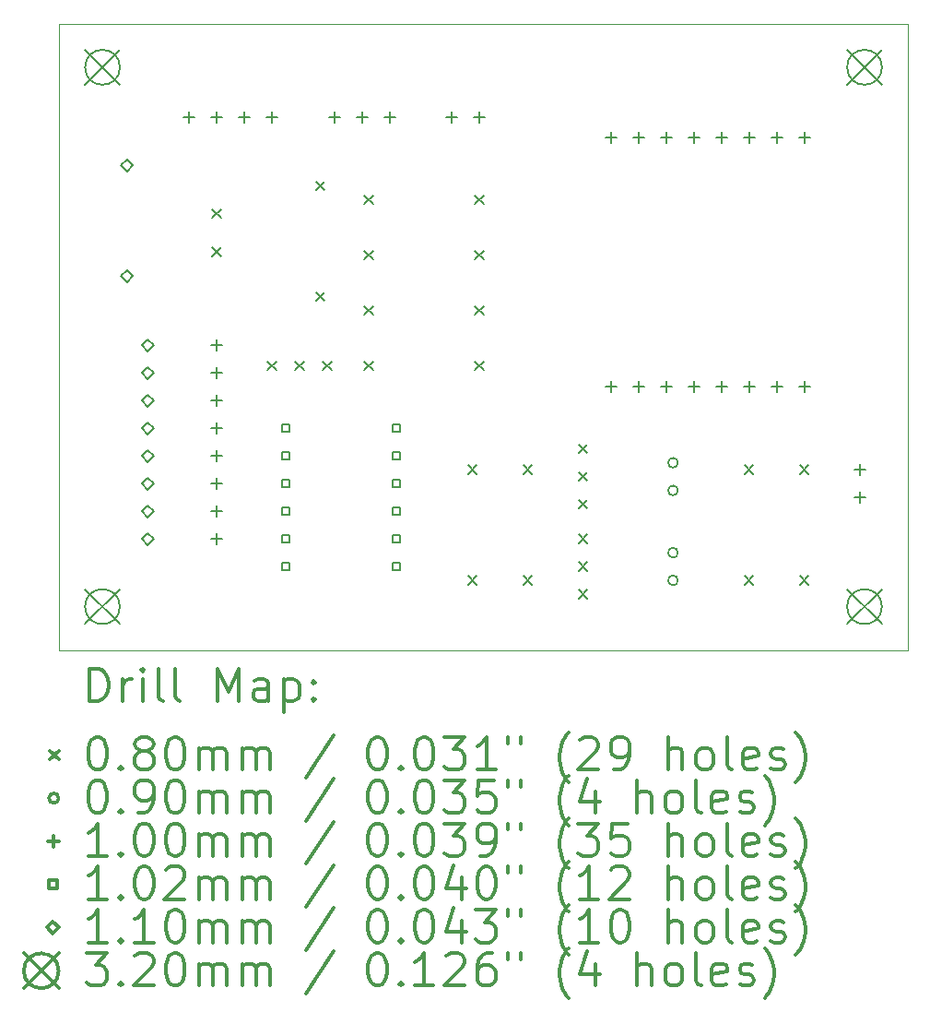
<source format=gbr>
%FSLAX45Y45*%
G04 Gerber Fmt 4.5, Leading zero omitted, Abs format (unit mm)*
G04 Created by KiCad (PCBNEW (5.1.9)-1) date 2021-05-17 23:34:46*
%MOMM*%
%LPD*%
G01*
G04 APERTURE LIST*
%TA.AperFunction,Profile*%
%ADD10C,0.050000*%
%TD*%
%ADD11C,0.200000*%
%ADD12C,0.300000*%
G04 APERTURE END LIST*
D10*
X19494500Y-11181080D02*
X11694500Y-11181080D01*
X19494500Y-5435600D02*
X11694500Y-5435600D01*
X19494500Y-5435600D02*
X19494500Y-11181080D01*
X11694500Y-5435600D02*
X11694500Y-11181080D01*
D11*
X13104500Y-7135500D02*
X13184500Y-7215500D01*
X13184500Y-7135500D02*
X13104500Y-7215500D01*
X13104500Y-7485500D02*
X13184500Y-7565500D01*
X13184500Y-7485500D02*
X13104500Y-7565500D01*
X13612500Y-8532500D02*
X13692500Y-8612500D01*
X13692500Y-8532500D02*
X13612500Y-8612500D01*
X13866500Y-8532500D02*
X13946500Y-8612500D01*
X13946500Y-8532500D02*
X13866500Y-8612500D01*
X14057000Y-6881500D02*
X14137000Y-6961500D01*
X14137000Y-6881500D02*
X14057000Y-6961500D01*
X14057000Y-7897500D02*
X14137000Y-7977500D01*
X14137000Y-7897500D02*
X14057000Y-7977500D01*
X14120500Y-8532500D02*
X14200500Y-8612500D01*
X14200500Y-8532500D02*
X14120500Y-8612500D01*
X14501500Y-7008500D02*
X14581500Y-7088500D01*
X14581500Y-7008500D02*
X14501500Y-7088500D01*
X14501500Y-7516500D02*
X14581500Y-7596500D01*
X14581500Y-7516500D02*
X14501500Y-7596500D01*
X14501500Y-8024500D02*
X14581500Y-8104500D01*
X14581500Y-8024500D02*
X14501500Y-8104500D01*
X14501500Y-8532500D02*
X14581500Y-8612500D01*
X14581500Y-8532500D02*
X14501500Y-8612500D01*
X15454000Y-9485000D02*
X15534000Y-9565000D01*
X15534000Y-9485000D02*
X15454000Y-9565000D01*
X15454000Y-10501000D02*
X15534000Y-10581000D01*
X15534000Y-10501000D02*
X15454000Y-10581000D01*
X15517500Y-7008500D02*
X15597500Y-7088500D01*
X15597500Y-7008500D02*
X15517500Y-7088500D01*
X15517500Y-7516500D02*
X15597500Y-7596500D01*
X15597500Y-7516500D02*
X15517500Y-7596500D01*
X15517500Y-8024500D02*
X15597500Y-8104500D01*
X15597500Y-8024500D02*
X15517500Y-8104500D01*
X15517500Y-8532500D02*
X15597500Y-8612500D01*
X15597500Y-8532500D02*
X15517500Y-8612500D01*
X15962000Y-9485000D02*
X16042000Y-9565000D01*
X16042000Y-9485000D02*
X15962000Y-9565000D01*
X15962000Y-10501000D02*
X16042000Y-10581000D01*
X16042000Y-10501000D02*
X15962000Y-10581000D01*
X16470000Y-9294500D02*
X16550000Y-9374500D01*
X16550000Y-9294500D02*
X16470000Y-9374500D01*
X16470000Y-9548500D02*
X16550000Y-9628500D01*
X16550000Y-9548500D02*
X16470000Y-9628500D01*
X16470000Y-9802500D02*
X16550000Y-9882500D01*
X16550000Y-9802500D02*
X16470000Y-9882500D01*
X16470000Y-10120000D02*
X16550000Y-10200000D01*
X16550000Y-10120000D02*
X16470000Y-10200000D01*
X16470000Y-10374000D02*
X16550000Y-10454000D01*
X16550000Y-10374000D02*
X16470000Y-10454000D01*
X16470000Y-10628000D02*
X16550000Y-10708000D01*
X16550000Y-10628000D02*
X16470000Y-10708000D01*
X17994000Y-9485000D02*
X18074000Y-9565000D01*
X18074000Y-9485000D02*
X17994000Y-9565000D01*
X17994000Y-10501000D02*
X18074000Y-10581000D01*
X18074000Y-10501000D02*
X17994000Y-10581000D01*
X18502000Y-9485000D02*
X18582000Y-9565000D01*
X18582000Y-9485000D02*
X18502000Y-9565000D01*
X18502000Y-10501000D02*
X18582000Y-10581000D01*
X18582000Y-10501000D02*
X18502000Y-10581000D01*
X17380500Y-9461500D02*
G75*
G03*
X17380500Y-9461500I-45000J0D01*
G01*
X17380500Y-9715500D02*
G75*
G03*
X17380500Y-9715500I-45000J0D01*
G01*
X17380500Y-10287000D02*
G75*
G03*
X17380500Y-10287000I-45000J0D01*
G01*
X17380500Y-10541000D02*
G75*
G03*
X17380500Y-10541000I-45000J0D01*
G01*
X12890500Y-6236500D02*
X12890500Y-6336500D01*
X12840500Y-6286500D02*
X12940500Y-6286500D01*
X13144500Y-6236500D02*
X13144500Y-6336500D01*
X13094500Y-6286500D02*
X13194500Y-6286500D01*
X13144500Y-8332000D02*
X13144500Y-8432000D01*
X13094500Y-8382000D02*
X13194500Y-8382000D01*
X13144500Y-8586000D02*
X13144500Y-8686000D01*
X13094500Y-8636000D02*
X13194500Y-8636000D01*
X13144500Y-8840000D02*
X13144500Y-8940000D01*
X13094500Y-8890000D02*
X13194500Y-8890000D01*
X13144500Y-9094000D02*
X13144500Y-9194000D01*
X13094500Y-9144000D02*
X13194500Y-9144000D01*
X13144500Y-9348000D02*
X13144500Y-9448000D01*
X13094500Y-9398000D02*
X13194500Y-9398000D01*
X13144500Y-9602000D02*
X13144500Y-9702000D01*
X13094500Y-9652000D02*
X13194500Y-9652000D01*
X13144500Y-9856000D02*
X13144500Y-9956000D01*
X13094500Y-9906000D02*
X13194500Y-9906000D01*
X13144500Y-10110000D02*
X13144500Y-10210000D01*
X13094500Y-10160000D02*
X13194500Y-10160000D01*
X13398500Y-6236500D02*
X13398500Y-6336500D01*
X13348500Y-6286500D02*
X13448500Y-6286500D01*
X13652500Y-6236500D02*
X13652500Y-6336500D01*
X13602500Y-6286500D02*
X13702500Y-6286500D01*
X14224000Y-6236500D02*
X14224000Y-6336500D01*
X14174000Y-6286500D02*
X14274000Y-6286500D01*
X14478000Y-6236500D02*
X14478000Y-6336500D01*
X14428000Y-6286500D02*
X14528000Y-6286500D01*
X14732000Y-6236500D02*
X14732000Y-6336500D01*
X14682000Y-6286500D02*
X14782000Y-6286500D01*
X15303500Y-6236500D02*
X15303500Y-6336500D01*
X15253500Y-6286500D02*
X15353500Y-6286500D01*
X15557500Y-6236500D02*
X15557500Y-6336500D01*
X15507500Y-6286500D02*
X15607500Y-6286500D01*
X16764000Y-6427000D02*
X16764000Y-6527000D01*
X16714000Y-6477000D02*
X16814000Y-6477000D01*
X16764000Y-8713000D02*
X16764000Y-8813000D01*
X16714000Y-8763000D02*
X16814000Y-8763000D01*
X17018000Y-6427000D02*
X17018000Y-6527000D01*
X16968000Y-6477000D02*
X17068000Y-6477000D01*
X17018000Y-8713000D02*
X17018000Y-8813000D01*
X16968000Y-8763000D02*
X17068000Y-8763000D01*
X17272000Y-6427000D02*
X17272000Y-6527000D01*
X17222000Y-6477000D02*
X17322000Y-6477000D01*
X17272000Y-8713000D02*
X17272000Y-8813000D01*
X17222000Y-8763000D02*
X17322000Y-8763000D01*
X17526000Y-6427000D02*
X17526000Y-6527000D01*
X17476000Y-6477000D02*
X17576000Y-6477000D01*
X17526000Y-8713000D02*
X17526000Y-8813000D01*
X17476000Y-8763000D02*
X17576000Y-8763000D01*
X17780000Y-6427000D02*
X17780000Y-6527000D01*
X17730000Y-6477000D02*
X17830000Y-6477000D01*
X17780000Y-8713000D02*
X17780000Y-8813000D01*
X17730000Y-8763000D02*
X17830000Y-8763000D01*
X18034000Y-6427000D02*
X18034000Y-6527000D01*
X17984000Y-6477000D02*
X18084000Y-6477000D01*
X18034000Y-8713000D02*
X18034000Y-8813000D01*
X17984000Y-8763000D02*
X18084000Y-8763000D01*
X18288000Y-6427000D02*
X18288000Y-6527000D01*
X18238000Y-6477000D02*
X18338000Y-6477000D01*
X18288000Y-8713000D02*
X18288000Y-8813000D01*
X18238000Y-8763000D02*
X18338000Y-8763000D01*
X18542000Y-6427000D02*
X18542000Y-6527000D01*
X18492000Y-6477000D02*
X18592000Y-6477000D01*
X18542000Y-8713000D02*
X18542000Y-8813000D01*
X18492000Y-8763000D02*
X18592000Y-8763000D01*
X19050000Y-9475000D02*
X19050000Y-9575000D01*
X19000000Y-9525000D02*
X19100000Y-9525000D01*
X19050000Y-9729000D02*
X19050000Y-9829000D01*
X19000000Y-9779000D02*
X19100000Y-9779000D01*
X13815421Y-9179921D02*
X13815421Y-9108079D01*
X13743579Y-9108079D01*
X13743579Y-9179921D01*
X13815421Y-9179921D01*
X13815421Y-9433921D02*
X13815421Y-9362079D01*
X13743579Y-9362079D01*
X13743579Y-9433921D01*
X13815421Y-9433921D01*
X13815421Y-9687921D02*
X13815421Y-9616079D01*
X13743579Y-9616079D01*
X13743579Y-9687921D01*
X13815421Y-9687921D01*
X13815421Y-9941921D02*
X13815421Y-9870079D01*
X13743579Y-9870079D01*
X13743579Y-9941921D01*
X13815421Y-9941921D01*
X13815421Y-10195921D02*
X13815421Y-10124079D01*
X13743579Y-10124079D01*
X13743579Y-10195921D01*
X13815421Y-10195921D01*
X13815421Y-10449921D02*
X13815421Y-10378079D01*
X13743579Y-10378079D01*
X13743579Y-10449921D01*
X13815421Y-10449921D01*
X14831421Y-9179921D02*
X14831421Y-9108079D01*
X14759579Y-9108079D01*
X14759579Y-9179921D01*
X14831421Y-9179921D01*
X14831421Y-9433921D02*
X14831421Y-9362079D01*
X14759579Y-9362079D01*
X14759579Y-9433921D01*
X14831421Y-9433921D01*
X14831421Y-9687921D02*
X14831421Y-9616079D01*
X14759579Y-9616079D01*
X14759579Y-9687921D01*
X14831421Y-9687921D01*
X14831421Y-9941921D02*
X14831421Y-9870079D01*
X14759579Y-9870079D01*
X14759579Y-9941921D01*
X14831421Y-9941921D01*
X14831421Y-10195921D02*
X14831421Y-10124079D01*
X14759579Y-10124079D01*
X14759579Y-10195921D01*
X14831421Y-10195921D01*
X14831421Y-10449921D02*
X14831421Y-10378079D01*
X14759579Y-10378079D01*
X14759579Y-10449921D01*
X14831421Y-10449921D01*
X12319000Y-6786000D02*
X12374000Y-6731000D01*
X12319000Y-6676000D01*
X12264000Y-6731000D01*
X12319000Y-6786000D01*
X12319000Y-7802000D02*
X12374000Y-7747000D01*
X12319000Y-7692000D01*
X12264000Y-7747000D01*
X12319000Y-7802000D01*
X12509500Y-8437000D02*
X12564500Y-8382000D01*
X12509500Y-8327000D01*
X12454500Y-8382000D01*
X12509500Y-8437000D01*
X12509500Y-8691000D02*
X12564500Y-8636000D01*
X12509500Y-8581000D01*
X12454500Y-8636000D01*
X12509500Y-8691000D01*
X12509500Y-8945000D02*
X12564500Y-8890000D01*
X12509500Y-8835000D01*
X12454500Y-8890000D01*
X12509500Y-8945000D01*
X12509500Y-9199000D02*
X12564500Y-9144000D01*
X12509500Y-9089000D01*
X12454500Y-9144000D01*
X12509500Y-9199000D01*
X12509500Y-9453000D02*
X12564500Y-9398000D01*
X12509500Y-9343000D01*
X12454500Y-9398000D01*
X12509500Y-9453000D01*
X12509500Y-9707000D02*
X12564500Y-9652000D01*
X12509500Y-9597000D01*
X12454500Y-9652000D01*
X12509500Y-9707000D01*
X12509500Y-9961000D02*
X12564500Y-9906000D01*
X12509500Y-9851000D01*
X12454500Y-9906000D01*
X12509500Y-9961000D01*
X12509500Y-10215000D02*
X12564500Y-10160000D01*
X12509500Y-10105000D01*
X12454500Y-10160000D01*
X12509500Y-10215000D01*
X11934500Y-5672000D02*
X12254500Y-5992000D01*
X12254500Y-5672000D02*
X11934500Y-5992000D01*
X12254500Y-5832000D02*
G75*
G03*
X12254500Y-5832000I-160000J0D01*
G01*
X11934500Y-10622000D02*
X12254500Y-10942000D01*
X12254500Y-10622000D02*
X11934500Y-10942000D01*
X12254500Y-10782000D02*
G75*
G03*
X12254500Y-10782000I-160000J0D01*
G01*
X18934500Y-5672000D02*
X19254500Y-5992000D01*
X19254500Y-5672000D02*
X18934500Y-5992000D01*
X19254500Y-5832000D02*
G75*
G03*
X19254500Y-5832000I-160000J0D01*
G01*
X18934500Y-10622000D02*
X19254500Y-10942000D01*
X19254500Y-10622000D02*
X18934500Y-10942000D01*
X19254500Y-10782000D02*
G75*
G03*
X19254500Y-10782000I-160000J0D01*
G01*
D12*
X11978428Y-11649294D02*
X11978428Y-11349294D01*
X12049857Y-11349294D01*
X12092714Y-11363580D01*
X12121286Y-11392151D01*
X12135571Y-11420723D01*
X12149857Y-11477866D01*
X12149857Y-11520723D01*
X12135571Y-11577866D01*
X12121286Y-11606437D01*
X12092714Y-11635009D01*
X12049857Y-11649294D01*
X11978428Y-11649294D01*
X12278428Y-11649294D02*
X12278428Y-11449294D01*
X12278428Y-11506437D02*
X12292714Y-11477866D01*
X12307000Y-11463580D01*
X12335571Y-11449294D01*
X12364143Y-11449294D01*
X12464143Y-11649294D02*
X12464143Y-11449294D01*
X12464143Y-11349294D02*
X12449857Y-11363580D01*
X12464143Y-11377866D01*
X12478428Y-11363580D01*
X12464143Y-11349294D01*
X12464143Y-11377866D01*
X12649857Y-11649294D02*
X12621286Y-11635009D01*
X12607000Y-11606437D01*
X12607000Y-11349294D01*
X12807000Y-11649294D02*
X12778428Y-11635009D01*
X12764143Y-11606437D01*
X12764143Y-11349294D01*
X13149857Y-11649294D02*
X13149857Y-11349294D01*
X13249857Y-11563580D01*
X13349857Y-11349294D01*
X13349857Y-11649294D01*
X13621286Y-11649294D02*
X13621286Y-11492151D01*
X13607000Y-11463580D01*
X13578428Y-11449294D01*
X13521286Y-11449294D01*
X13492714Y-11463580D01*
X13621286Y-11635009D02*
X13592714Y-11649294D01*
X13521286Y-11649294D01*
X13492714Y-11635009D01*
X13478428Y-11606437D01*
X13478428Y-11577866D01*
X13492714Y-11549294D01*
X13521286Y-11535009D01*
X13592714Y-11535009D01*
X13621286Y-11520723D01*
X13764143Y-11449294D02*
X13764143Y-11749294D01*
X13764143Y-11463580D02*
X13792714Y-11449294D01*
X13849857Y-11449294D01*
X13878428Y-11463580D01*
X13892714Y-11477866D01*
X13907000Y-11506437D01*
X13907000Y-11592151D01*
X13892714Y-11620723D01*
X13878428Y-11635009D01*
X13849857Y-11649294D01*
X13792714Y-11649294D01*
X13764143Y-11635009D01*
X14035571Y-11620723D02*
X14049857Y-11635009D01*
X14035571Y-11649294D01*
X14021286Y-11635009D01*
X14035571Y-11620723D01*
X14035571Y-11649294D01*
X14035571Y-11463580D02*
X14049857Y-11477866D01*
X14035571Y-11492151D01*
X14021286Y-11477866D01*
X14035571Y-11463580D01*
X14035571Y-11492151D01*
X11612000Y-12103580D02*
X11692000Y-12183580D01*
X11692000Y-12103580D02*
X11612000Y-12183580D01*
X12035571Y-11979294D02*
X12064143Y-11979294D01*
X12092714Y-11993580D01*
X12107000Y-12007866D01*
X12121286Y-12036437D01*
X12135571Y-12093580D01*
X12135571Y-12165009D01*
X12121286Y-12222151D01*
X12107000Y-12250723D01*
X12092714Y-12265009D01*
X12064143Y-12279294D01*
X12035571Y-12279294D01*
X12007000Y-12265009D01*
X11992714Y-12250723D01*
X11978428Y-12222151D01*
X11964143Y-12165009D01*
X11964143Y-12093580D01*
X11978428Y-12036437D01*
X11992714Y-12007866D01*
X12007000Y-11993580D01*
X12035571Y-11979294D01*
X12264143Y-12250723D02*
X12278428Y-12265009D01*
X12264143Y-12279294D01*
X12249857Y-12265009D01*
X12264143Y-12250723D01*
X12264143Y-12279294D01*
X12449857Y-12107866D02*
X12421286Y-12093580D01*
X12407000Y-12079294D01*
X12392714Y-12050723D01*
X12392714Y-12036437D01*
X12407000Y-12007866D01*
X12421286Y-11993580D01*
X12449857Y-11979294D01*
X12507000Y-11979294D01*
X12535571Y-11993580D01*
X12549857Y-12007866D01*
X12564143Y-12036437D01*
X12564143Y-12050723D01*
X12549857Y-12079294D01*
X12535571Y-12093580D01*
X12507000Y-12107866D01*
X12449857Y-12107866D01*
X12421286Y-12122151D01*
X12407000Y-12136437D01*
X12392714Y-12165009D01*
X12392714Y-12222151D01*
X12407000Y-12250723D01*
X12421286Y-12265009D01*
X12449857Y-12279294D01*
X12507000Y-12279294D01*
X12535571Y-12265009D01*
X12549857Y-12250723D01*
X12564143Y-12222151D01*
X12564143Y-12165009D01*
X12549857Y-12136437D01*
X12535571Y-12122151D01*
X12507000Y-12107866D01*
X12749857Y-11979294D02*
X12778428Y-11979294D01*
X12807000Y-11993580D01*
X12821286Y-12007866D01*
X12835571Y-12036437D01*
X12849857Y-12093580D01*
X12849857Y-12165009D01*
X12835571Y-12222151D01*
X12821286Y-12250723D01*
X12807000Y-12265009D01*
X12778428Y-12279294D01*
X12749857Y-12279294D01*
X12721286Y-12265009D01*
X12707000Y-12250723D01*
X12692714Y-12222151D01*
X12678428Y-12165009D01*
X12678428Y-12093580D01*
X12692714Y-12036437D01*
X12707000Y-12007866D01*
X12721286Y-11993580D01*
X12749857Y-11979294D01*
X12978428Y-12279294D02*
X12978428Y-12079294D01*
X12978428Y-12107866D02*
X12992714Y-12093580D01*
X13021286Y-12079294D01*
X13064143Y-12079294D01*
X13092714Y-12093580D01*
X13107000Y-12122151D01*
X13107000Y-12279294D01*
X13107000Y-12122151D02*
X13121286Y-12093580D01*
X13149857Y-12079294D01*
X13192714Y-12079294D01*
X13221286Y-12093580D01*
X13235571Y-12122151D01*
X13235571Y-12279294D01*
X13378428Y-12279294D02*
X13378428Y-12079294D01*
X13378428Y-12107866D02*
X13392714Y-12093580D01*
X13421286Y-12079294D01*
X13464143Y-12079294D01*
X13492714Y-12093580D01*
X13507000Y-12122151D01*
X13507000Y-12279294D01*
X13507000Y-12122151D02*
X13521286Y-12093580D01*
X13549857Y-12079294D01*
X13592714Y-12079294D01*
X13621286Y-12093580D01*
X13635571Y-12122151D01*
X13635571Y-12279294D01*
X14221286Y-11965009D02*
X13964143Y-12350723D01*
X14607000Y-11979294D02*
X14635571Y-11979294D01*
X14664143Y-11993580D01*
X14678428Y-12007866D01*
X14692714Y-12036437D01*
X14707000Y-12093580D01*
X14707000Y-12165009D01*
X14692714Y-12222151D01*
X14678428Y-12250723D01*
X14664143Y-12265009D01*
X14635571Y-12279294D01*
X14607000Y-12279294D01*
X14578428Y-12265009D01*
X14564143Y-12250723D01*
X14549857Y-12222151D01*
X14535571Y-12165009D01*
X14535571Y-12093580D01*
X14549857Y-12036437D01*
X14564143Y-12007866D01*
X14578428Y-11993580D01*
X14607000Y-11979294D01*
X14835571Y-12250723D02*
X14849857Y-12265009D01*
X14835571Y-12279294D01*
X14821286Y-12265009D01*
X14835571Y-12250723D01*
X14835571Y-12279294D01*
X15035571Y-11979294D02*
X15064143Y-11979294D01*
X15092714Y-11993580D01*
X15107000Y-12007866D01*
X15121286Y-12036437D01*
X15135571Y-12093580D01*
X15135571Y-12165009D01*
X15121286Y-12222151D01*
X15107000Y-12250723D01*
X15092714Y-12265009D01*
X15064143Y-12279294D01*
X15035571Y-12279294D01*
X15007000Y-12265009D01*
X14992714Y-12250723D01*
X14978428Y-12222151D01*
X14964143Y-12165009D01*
X14964143Y-12093580D01*
X14978428Y-12036437D01*
X14992714Y-12007866D01*
X15007000Y-11993580D01*
X15035571Y-11979294D01*
X15235571Y-11979294D02*
X15421286Y-11979294D01*
X15321286Y-12093580D01*
X15364143Y-12093580D01*
X15392714Y-12107866D01*
X15407000Y-12122151D01*
X15421286Y-12150723D01*
X15421286Y-12222151D01*
X15407000Y-12250723D01*
X15392714Y-12265009D01*
X15364143Y-12279294D01*
X15278428Y-12279294D01*
X15249857Y-12265009D01*
X15235571Y-12250723D01*
X15707000Y-12279294D02*
X15535571Y-12279294D01*
X15621286Y-12279294D02*
X15621286Y-11979294D01*
X15592714Y-12022151D01*
X15564143Y-12050723D01*
X15535571Y-12065009D01*
X15821286Y-11979294D02*
X15821286Y-12036437D01*
X15935571Y-11979294D02*
X15935571Y-12036437D01*
X16378428Y-12393580D02*
X16364143Y-12379294D01*
X16335571Y-12336437D01*
X16321286Y-12307866D01*
X16307000Y-12265009D01*
X16292714Y-12193580D01*
X16292714Y-12136437D01*
X16307000Y-12065009D01*
X16321286Y-12022151D01*
X16335571Y-11993580D01*
X16364143Y-11950723D01*
X16378428Y-11936437D01*
X16478428Y-12007866D02*
X16492714Y-11993580D01*
X16521286Y-11979294D01*
X16592714Y-11979294D01*
X16621286Y-11993580D01*
X16635571Y-12007866D01*
X16649857Y-12036437D01*
X16649857Y-12065009D01*
X16635571Y-12107866D01*
X16464143Y-12279294D01*
X16649857Y-12279294D01*
X16792714Y-12279294D02*
X16849857Y-12279294D01*
X16878428Y-12265009D01*
X16892714Y-12250723D01*
X16921286Y-12207866D01*
X16935571Y-12150723D01*
X16935571Y-12036437D01*
X16921286Y-12007866D01*
X16907000Y-11993580D01*
X16878428Y-11979294D01*
X16821286Y-11979294D01*
X16792714Y-11993580D01*
X16778428Y-12007866D01*
X16764143Y-12036437D01*
X16764143Y-12107866D01*
X16778428Y-12136437D01*
X16792714Y-12150723D01*
X16821286Y-12165009D01*
X16878428Y-12165009D01*
X16907000Y-12150723D01*
X16921286Y-12136437D01*
X16935571Y-12107866D01*
X17292714Y-12279294D02*
X17292714Y-11979294D01*
X17421286Y-12279294D02*
X17421286Y-12122151D01*
X17407000Y-12093580D01*
X17378428Y-12079294D01*
X17335571Y-12079294D01*
X17307000Y-12093580D01*
X17292714Y-12107866D01*
X17607000Y-12279294D02*
X17578428Y-12265009D01*
X17564143Y-12250723D01*
X17549857Y-12222151D01*
X17549857Y-12136437D01*
X17564143Y-12107866D01*
X17578428Y-12093580D01*
X17607000Y-12079294D01*
X17649857Y-12079294D01*
X17678428Y-12093580D01*
X17692714Y-12107866D01*
X17707000Y-12136437D01*
X17707000Y-12222151D01*
X17692714Y-12250723D01*
X17678428Y-12265009D01*
X17649857Y-12279294D01*
X17607000Y-12279294D01*
X17878428Y-12279294D02*
X17849857Y-12265009D01*
X17835571Y-12236437D01*
X17835571Y-11979294D01*
X18107000Y-12265009D02*
X18078428Y-12279294D01*
X18021286Y-12279294D01*
X17992714Y-12265009D01*
X17978428Y-12236437D01*
X17978428Y-12122151D01*
X17992714Y-12093580D01*
X18021286Y-12079294D01*
X18078428Y-12079294D01*
X18107000Y-12093580D01*
X18121286Y-12122151D01*
X18121286Y-12150723D01*
X17978428Y-12179294D01*
X18235571Y-12265009D02*
X18264143Y-12279294D01*
X18321286Y-12279294D01*
X18349857Y-12265009D01*
X18364143Y-12236437D01*
X18364143Y-12222151D01*
X18349857Y-12193580D01*
X18321286Y-12179294D01*
X18278428Y-12179294D01*
X18249857Y-12165009D01*
X18235571Y-12136437D01*
X18235571Y-12122151D01*
X18249857Y-12093580D01*
X18278428Y-12079294D01*
X18321286Y-12079294D01*
X18349857Y-12093580D01*
X18464143Y-12393580D02*
X18478428Y-12379294D01*
X18507000Y-12336437D01*
X18521286Y-12307866D01*
X18535571Y-12265009D01*
X18549857Y-12193580D01*
X18549857Y-12136437D01*
X18535571Y-12065009D01*
X18521286Y-12022151D01*
X18507000Y-11993580D01*
X18478428Y-11950723D01*
X18464143Y-11936437D01*
X11692000Y-12539580D02*
G75*
G03*
X11692000Y-12539580I-45000J0D01*
G01*
X12035571Y-12375294D02*
X12064143Y-12375294D01*
X12092714Y-12389580D01*
X12107000Y-12403866D01*
X12121286Y-12432437D01*
X12135571Y-12489580D01*
X12135571Y-12561009D01*
X12121286Y-12618151D01*
X12107000Y-12646723D01*
X12092714Y-12661009D01*
X12064143Y-12675294D01*
X12035571Y-12675294D01*
X12007000Y-12661009D01*
X11992714Y-12646723D01*
X11978428Y-12618151D01*
X11964143Y-12561009D01*
X11964143Y-12489580D01*
X11978428Y-12432437D01*
X11992714Y-12403866D01*
X12007000Y-12389580D01*
X12035571Y-12375294D01*
X12264143Y-12646723D02*
X12278428Y-12661009D01*
X12264143Y-12675294D01*
X12249857Y-12661009D01*
X12264143Y-12646723D01*
X12264143Y-12675294D01*
X12421286Y-12675294D02*
X12478428Y-12675294D01*
X12507000Y-12661009D01*
X12521286Y-12646723D01*
X12549857Y-12603866D01*
X12564143Y-12546723D01*
X12564143Y-12432437D01*
X12549857Y-12403866D01*
X12535571Y-12389580D01*
X12507000Y-12375294D01*
X12449857Y-12375294D01*
X12421286Y-12389580D01*
X12407000Y-12403866D01*
X12392714Y-12432437D01*
X12392714Y-12503866D01*
X12407000Y-12532437D01*
X12421286Y-12546723D01*
X12449857Y-12561009D01*
X12507000Y-12561009D01*
X12535571Y-12546723D01*
X12549857Y-12532437D01*
X12564143Y-12503866D01*
X12749857Y-12375294D02*
X12778428Y-12375294D01*
X12807000Y-12389580D01*
X12821286Y-12403866D01*
X12835571Y-12432437D01*
X12849857Y-12489580D01*
X12849857Y-12561009D01*
X12835571Y-12618151D01*
X12821286Y-12646723D01*
X12807000Y-12661009D01*
X12778428Y-12675294D01*
X12749857Y-12675294D01*
X12721286Y-12661009D01*
X12707000Y-12646723D01*
X12692714Y-12618151D01*
X12678428Y-12561009D01*
X12678428Y-12489580D01*
X12692714Y-12432437D01*
X12707000Y-12403866D01*
X12721286Y-12389580D01*
X12749857Y-12375294D01*
X12978428Y-12675294D02*
X12978428Y-12475294D01*
X12978428Y-12503866D02*
X12992714Y-12489580D01*
X13021286Y-12475294D01*
X13064143Y-12475294D01*
X13092714Y-12489580D01*
X13107000Y-12518151D01*
X13107000Y-12675294D01*
X13107000Y-12518151D02*
X13121286Y-12489580D01*
X13149857Y-12475294D01*
X13192714Y-12475294D01*
X13221286Y-12489580D01*
X13235571Y-12518151D01*
X13235571Y-12675294D01*
X13378428Y-12675294D02*
X13378428Y-12475294D01*
X13378428Y-12503866D02*
X13392714Y-12489580D01*
X13421286Y-12475294D01*
X13464143Y-12475294D01*
X13492714Y-12489580D01*
X13507000Y-12518151D01*
X13507000Y-12675294D01*
X13507000Y-12518151D02*
X13521286Y-12489580D01*
X13549857Y-12475294D01*
X13592714Y-12475294D01*
X13621286Y-12489580D01*
X13635571Y-12518151D01*
X13635571Y-12675294D01*
X14221286Y-12361009D02*
X13964143Y-12746723D01*
X14607000Y-12375294D02*
X14635571Y-12375294D01*
X14664143Y-12389580D01*
X14678428Y-12403866D01*
X14692714Y-12432437D01*
X14707000Y-12489580D01*
X14707000Y-12561009D01*
X14692714Y-12618151D01*
X14678428Y-12646723D01*
X14664143Y-12661009D01*
X14635571Y-12675294D01*
X14607000Y-12675294D01*
X14578428Y-12661009D01*
X14564143Y-12646723D01*
X14549857Y-12618151D01*
X14535571Y-12561009D01*
X14535571Y-12489580D01*
X14549857Y-12432437D01*
X14564143Y-12403866D01*
X14578428Y-12389580D01*
X14607000Y-12375294D01*
X14835571Y-12646723D02*
X14849857Y-12661009D01*
X14835571Y-12675294D01*
X14821286Y-12661009D01*
X14835571Y-12646723D01*
X14835571Y-12675294D01*
X15035571Y-12375294D02*
X15064143Y-12375294D01*
X15092714Y-12389580D01*
X15107000Y-12403866D01*
X15121286Y-12432437D01*
X15135571Y-12489580D01*
X15135571Y-12561009D01*
X15121286Y-12618151D01*
X15107000Y-12646723D01*
X15092714Y-12661009D01*
X15064143Y-12675294D01*
X15035571Y-12675294D01*
X15007000Y-12661009D01*
X14992714Y-12646723D01*
X14978428Y-12618151D01*
X14964143Y-12561009D01*
X14964143Y-12489580D01*
X14978428Y-12432437D01*
X14992714Y-12403866D01*
X15007000Y-12389580D01*
X15035571Y-12375294D01*
X15235571Y-12375294D02*
X15421286Y-12375294D01*
X15321286Y-12489580D01*
X15364143Y-12489580D01*
X15392714Y-12503866D01*
X15407000Y-12518151D01*
X15421286Y-12546723D01*
X15421286Y-12618151D01*
X15407000Y-12646723D01*
X15392714Y-12661009D01*
X15364143Y-12675294D01*
X15278428Y-12675294D01*
X15249857Y-12661009D01*
X15235571Y-12646723D01*
X15692714Y-12375294D02*
X15549857Y-12375294D01*
X15535571Y-12518151D01*
X15549857Y-12503866D01*
X15578428Y-12489580D01*
X15649857Y-12489580D01*
X15678428Y-12503866D01*
X15692714Y-12518151D01*
X15707000Y-12546723D01*
X15707000Y-12618151D01*
X15692714Y-12646723D01*
X15678428Y-12661009D01*
X15649857Y-12675294D01*
X15578428Y-12675294D01*
X15549857Y-12661009D01*
X15535571Y-12646723D01*
X15821286Y-12375294D02*
X15821286Y-12432437D01*
X15935571Y-12375294D02*
X15935571Y-12432437D01*
X16378428Y-12789580D02*
X16364143Y-12775294D01*
X16335571Y-12732437D01*
X16321286Y-12703866D01*
X16307000Y-12661009D01*
X16292714Y-12589580D01*
X16292714Y-12532437D01*
X16307000Y-12461009D01*
X16321286Y-12418151D01*
X16335571Y-12389580D01*
X16364143Y-12346723D01*
X16378428Y-12332437D01*
X16621286Y-12475294D02*
X16621286Y-12675294D01*
X16549857Y-12361009D02*
X16478428Y-12575294D01*
X16664143Y-12575294D01*
X17007000Y-12675294D02*
X17007000Y-12375294D01*
X17135571Y-12675294D02*
X17135571Y-12518151D01*
X17121286Y-12489580D01*
X17092714Y-12475294D01*
X17049857Y-12475294D01*
X17021286Y-12489580D01*
X17007000Y-12503866D01*
X17321286Y-12675294D02*
X17292714Y-12661009D01*
X17278428Y-12646723D01*
X17264143Y-12618151D01*
X17264143Y-12532437D01*
X17278428Y-12503866D01*
X17292714Y-12489580D01*
X17321286Y-12475294D01*
X17364143Y-12475294D01*
X17392714Y-12489580D01*
X17407000Y-12503866D01*
X17421286Y-12532437D01*
X17421286Y-12618151D01*
X17407000Y-12646723D01*
X17392714Y-12661009D01*
X17364143Y-12675294D01*
X17321286Y-12675294D01*
X17592714Y-12675294D02*
X17564143Y-12661009D01*
X17549857Y-12632437D01*
X17549857Y-12375294D01*
X17821286Y-12661009D02*
X17792714Y-12675294D01*
X17735571Y-12675294D01*
X17707000Y-12661009D01*
X17692714Y-12632437D01*
X17692714Y-12518151D01*
X17707000Y-12489580D01*
X17735571Y-12475294D01*
X17792714Y-12475294D01*
X17821286Y-12489580D01*
X17835571Y-12518151D01*
X17835571Y-12546723D01*
X17692714Y-12575294D01*
X17949857Y-12661009D02*
X17978428Y-12675294D01*
X18035571Y-12675294D01*
X18064143Y-12661009D01*
X18078428Y-12632437D01*
X18078428Y-12618151D01*
X18064143Y-12589580D01*
X18035571Y-12575294D01*
X17992714Y-12575294D01*
X17964143Y-12561009D01*
X17949857Y-12532437D01*
X17949857Y-12518151D01*
X17964143Y-12489580D01*
X17992714Y-12475294D01*
X18035571Y-12475294D01*
X18064143Y-12489580D01*
X18178428Y-12789580D02*
X18192714Y-12775294D01*
X18221286Y-12732437D01*
X18235571Y-12703866D01*
X18249857Y-12661009D01*
X18264143Y-12589580D01*
X18264143Y-12532437D01*
X18249857Y-12461009D01*
X18235571Y-12418151D01*
X18221286Y-12389580D01*
X18192714Y-12346723D01*
X18178428Y-12332437D01*
X11642000Y-12885580D02*
X11642000Y-12985580D01*
X11592000Y-12935580D02*
X11692000Y-12935580D01*
X12135571Y-13071294D02*
X11964143Y-13071294D01*
X12049857Y-13071294D02*
X12049857Y-12771294D01*
X12021286Y-12814151D01*
X11992714Y-12842723D01*
X11964143Y-12857009D01*
X12264143Y-13042723D02*
X12278428Y-13057009D01*
X12264143Y-13071294D01*
X12249857Y-13057009D01*
X12264143Y-13042723D01*
X12264143Y-13071294D01*
X12464143Y-12771294D02*
X12492714Y-12771294D01*
X12521286Y-12785580D01*
X12535571Y-12799866D01*
X12549857Y-12828437D01*
X12564143Y-12885580D01*
X12564143Y-12957009D01*
X12549857Y-13014151D01*
X12535571Y-13042723D01*
X12521286Y-13057009D01*
X12492714Y-13071294D01*
X12464143Y-13071294D01*
X12435571Y-13057009D01*
X12421286Y-13042723D01*
X12407000Y-13014151D01*
X12392714Y-12957009D01*
X12392714Y-12885580D01*
X12407000Y-12828437D01*
X12421286Y-12799866D01*
X12435571Y-12785580D01*
X12464143Y-12771294D01*
X12749857Y-12771294D02*
X12778428Y-12771294D01*
X12807000Y-12785580D01*
X12821286Y-12799866D01*
X12835571Y-12828437D01*
X12849857Y-12885580D01*
X12849857Y-12957009D01*
X12835571Y-13014151D01*
X12821286Y-13042723D01*
X12807000Y-13057009D01*
X12778428Y-13071294D01*
X12749857Y-13071294D01*
X12721286Y-13057009D01*
X12707000Y-13042723D01*
X12692714Y-13014151D01*
X12678428Y-12957009D01*
X12678428Y-12885580D01*
X12692714Y-12828437D01*
X12707000Y-12799866D01*
X12721286Y-12785580D01*
X12749857Y-12771294D01*
X12978428Y-13071294D02*
X12978428Y-12871294D01*
X12978428Y-12899866D02*
X12992714Y-12885580D01*
X13021286Y-12871294D01*
X13064143Y-12871294D01*
X13092714Y-12885580D01*
X13107000Y-12914151D01*
X13107000Y-13071294D01*
X13107000Y-12914151D02*
X13121286Y-12885580D01*
X13149857Y-12871294D01*
X13192714Y-12871294D01*
X13221286Y-12885580D01*
X13235571Y-12914151D01*
X13235571Y-13071294D01*
X13378428Y-13071294D02*
X13378428Y-12871294D01*
X13378428Y-12899866D02*
X13392714Y-12885580D01*
X13421286Y-12871294D01*
X13464143Y-12871294D01*
X13492714Y-12885580D01*
X13507000Y-12914151D01*
X13507000Y-13071294D01*
X13507000Y-12914151D02*
X13521286Y-12885580D01*
X13549857Y-12871294D01*
X13592714Y-12871294D01*
X13621286Y-12885580D01*
X13635571Y-12914151D01*
X13635571Y-13071294D01*
X14221286Y-12757009D02*
X13964143Y-13142723D01*
X14607000Y-12771294D02*
X14635571Y-12771294D01*
X14664143Y-12785580D01*
X14678428Y-12799866D01*
X14692714Y-12828437D01*
X14707000Y-12885580D01*
X14707000Y-12957009D01*
X14692714Y-13014151D01*
X14678428Y-13042723D01*
X14664143Y-13057009D01*
X14635571Y-13071294D01*
X14607000Y-13071294D01*
X14578428Y-13057009D01*
X14564143Y-13042723D01*
X14549857Y-13014151D01*
X14535571Y-12957009D01*
X14535571Y-12885580D01*
X14549857Y-12828437D01*
X14564143Y-12799866D01*
X14578428Y-12785580D01*
X14607000Y-12771294D01*
X14835571Y-13042723D02*
X14849857Y-13057009D01*
X14835571Y-13071294D01*
X14821286Y-13057009D01*
X14835571Y-13042723D01*
X14835571Y-13071294D01*
X15035571Y-12771294D02*
X15064143Y-12771294D01*
X15092714Y-12785580D01*
X15107000Y-12799866D01*
X15121286Y-12828437D01*
X15135571Y-12885580D01*
X15135571Y-12957009D01*
X15121286Y-13014151D01*
X15107000Y-13042723D01*
X15092714Y-13057009D01*
X15064143Y-13071294D01*
X15035571Y-13071294D01*
X15007000Y-13057009D01*
X14992714Y-13042723D01*
X14978428Y-13014151D01*
X14964143Y-12957009D01*
X14964143Y-12885580D01*
X14978428Y-12828437D01*
X14992714Y-12799866D01*
X15007000Y-12785580D01*
X15035571Y-12771294D01*
X15235571Y-12771294D02*
X15421286Y-12771294D01*
X15321286Y-12885580D01*
X15364143Y-12885580D01*
X15392714Y-12899866D01*
X15407000Y-12914151D01*
X15421286Y-12942723D01*
X15421286Y-13014151D01*
X15407000Y-13042723D01*
X15392714Y-13057009D01*
X15364143Y-13071294D01*
X15278428Y-13071294D01*
X15249857Y-13057009D01*
X15235571Y-13042723D01*
X15564143Y-13071294D02*
X15621286Y-13071294D01*
X15649857Y-13057009D01*
X15664143Y-13042723D01*
X15692714Y-12999866D01*
X15707000Y-12942723D01*
X15707000Y-12828437D01*
X15692714Y-12799866D01*
X15678428Y-12785580D01*
X15649857Y-12771294D01*
X15592714Y-12771294D01*
X15564143Y-12785580D01*
X15549857Y-12799866D01*
X15535571Y-12828437D01*
X15535571Y-12899866D01*
X15549857Y-12928437D01*
X15564143Y-12942723D01*
X15592714Y-12957009D01*
X15649857Y-12957009D01*
X15678428Y-12942723D01*
X15692714Y-12928437D01*
X15707000Y-12899866D01*
X15821286Y-12771294D02*
X15821286Y-12828437D01*
X15935571Y-12771294D02*
X15935571Y-12828437D01*
X16378428Y-13185580D02*
X16364143Y-13171294D01*
X16335571Y-13128437D01*
X16321286Y-13099866D01*
X16307000Y-13057009D01*
X16292714Y-12985580D01*
X16292714Y-12928437D01*
X16307000Y-12857009D01*
X16321286Y-12814151D01*
X16335571Y-12785580D01*
X16364143Y-12742723D01*
X16378428Y-12728437D01*
X16464143Y-12771294D02*
X16649857Y-12771294D01*
X16549857Y-12885580D01*
X16592714Y-12885580D01*
X16621286Y-12899866D01*
X16635571Y-12914151D01*
X16649857Y-12942723D01*
X16649857Y-13014151D01*
X16635571Y-13042723D01*
X16621286Y-13057009D01*
X16592714Y-13071294D01*
X16507000Y-13071294D01*
X16478428Y-13057009D01*
X16464143Y-13042723D01*
X16921286Y-12771294D02*
X16778428Y-12771294D01*
X16764143Y-12914151D01*
X16778428Y-12899866D01*
X16807000Y-12885580D01*
X16878428Y-12885580D01*
X16907000Y-12899866D01*
X16921286Y-12914151D01*
X16935571Y-12942723D01*
X16935571Y-13014151D01*
X16921286Y-13042723D01*
X16907000Y-13057009D01*
X16878428Y-13071294D01*
X16807000Y-13071294D01*
X16778428Y-13057009D01*
X16764143Y-13042723D01*
X17292714Y-13071294D02*
X17292714Y-12771294D01*
X17421286Y-13071294D02*
X17421286Y-12914151D01*
X17407000Y-12885580D01*
X17378428Y-12871294D01*
X17335571Y-12871294D01*
X17307000Y-12885580D01*
X17292714Y-12899866D01*
X17607000Y-13071294D02*
X17578428Y-13057009D01*
X17564143Y-13042723D01*
X17549857Y-13014151D01*
X17549857Y-12928437D01*
X17564143Y-12899866D01*
X17578428Y-12885580D01*
X17607000Y-12871294D01*
X17649857Y-12871294D01*
X17678428Y-12885580D01*
X17692714Y-12899866D01*
X17707000Y-12928437D01*
X17707000Y-13014151D01*
X17692714Y-13042723D01*
X17678428Y-13057009D01*
X17649857Y-13071294D01*
X17607000Y-13071294D01*
X17878428Y-13071294D02*
X17849857Y-13057009D01*
X17835571Y-13028437D01*
X17835571Y-12771294D01*
X18107000Y-13057009D02*
X18078428Y-13071294D01*
X18021286Y-13071294D01*
X17992714Y-13057009D01*
X17978428Y-13028437D01*
X17978428Y-12914151D01*
X17992714Y-12885580D01*
X18021286Y-12871294D01*
X18078428Y-12871294D01*
X18107000Y-12885580D01*
X18121286Y-12914151D01*
X18121286Y-12942723D01*
X17978428Y-12971294D01*
X18235571Y-13057009D02*
X18264143Y-13071294D01*
X18321286Y-13071294D01*
X18349857Y-13057009D01*
X18364143Y-13028437D01*
X18364143Y-13014151D01*
X18349857Y-12985580D01*
X18321286Y-12971294D01*
X18278428Y-12971294D01*
X18249857Y-12957009D01*
X18235571Y-12928437D01*
X18235571Y-12914151D01*
X18249857Y-12885580D01*
X18278428Y-12871294D01*
X18321286Y-12871294D01*
X18349857Y-12885580D01*
X18464143Y-13185580D02*
X18478428Y-13171294D01*
X18507000Y-13128437D01*
X18521286Y-13099866D01*
X18535571Y-13057009D01*
X18549857Y-12985580D01*
X18549857Y-12928437D01*
X18535571Y-12857009D01*
X18521286Y-12814151D01*
X18507000Y-12785580D01*
X18478428Y-12742723D01*
X18464143Y-12728437D01*
X11677121Y-13367501D02*
X11677121Y-13295659D01*
X11605278Y-13295659D01*
X11605278Y-13367501D01*
X11677121Y-13367501D01*
X12135571Y-13467294D02*
X11964143Y-13467294D01*
X12049857Y-13467294D02*
X12049857Y-13167294D01*
X12021286Y-13210151D01*
X11992714Y-13238723D01*
X11964143Y-13253009D01*
X12264143Y-13438723D02*
X12278428Y-13453009D01*
X12264143Y-13467294D01*
X12249857Y-13453009D01*
X12264143Y-13438723D01*
X12264143Y-13467294D01*
X12464143Y-13167294D02*
X12492714Y-13167294D01*
X12521286Y-13181580D01*
X12535571Y-13195866D01*
X12549857Y-13224437D01*
X12564143Y-13281580D01*
X12564143Y-13353009D01*
X12549857Y-13410151D01*
X12535571Y-13438723D01*
X12521286Y-13453009D01*
X12492714Y-13467294D01*
X12464143Y-13467294D01*
X12435571Y-13453009D01*
X12421286Y-13438723D01*
X12407000Y-13410151D01*
X12392714Y-13353009D01*
X12392714Y-13281580D01*
X12407000Y-13224437D01*
X12421286Y-13195866D01*
X12435571Y-13181580D01*
X12464143Y-13167294D01*
X12678428Y-13195866D02*
X12692714Y-13181580D01*
X12721286Y-13167294D01*
X12792714Y-13167294D01*
X12821286Y-13181580D01*
X12835571Y-13195866D01*
X12849857Y-13224437D01*
X12849857Y-13253009D01*
X12835571Y-13295866D01*
X12664143Y-13467294D01*
X12849857Y-13467294D01*
X12978428Y-13467294D02*
X12978428Y-13267294D01*
X12978428Y-13295866D02*
X12992714Y-13281580D01*
X13021286Y-13267294D01*
X13064143Y-13267294D01*
X13092714Y-13281580D01*
X13107000Y-13310151D01*
X13107000Y-13467294D01*
X13107000Y-13310151D02*
X13121286Y-13281580D01*
X13149857Y-13267294D01*
X13192714Y-13267294D01*
X13221286Y-13281580D01*
X13235571Y-13310151D01*
X13235571Y-13467294D01*
X13378428Y-13467294D02*
X13378428Y-13267294D01*
X13378428Y-13295866D02*
X13392714Y-13281580D01*
X13421286Y-13267294D01*
X13464143Y-13267294D01*
X13492714Y-13281580D01*
X13507000Y-13310151D01*
X13507000Y-13467294D01*
X13507000Y-13310151D02*
X13521286Y-13281580D01*
X13549857Y-13267294D01*
X13592714Y-13267294D01*
X13621286Y-13281580D01*
X13635571Y-13310151D01*
X13635571Y-13467294D01*
X14221286Y-13153009D02*
X13964143Y-13538723D01*
X14607000Y-13167294D02*
X14635571Y-13167294D01*
X14664143Y-13181580D01*
X14678428Y-13195866D01*
X14692714Y-13224437D01*
X14707000Y-13281580D01*
X14707000Y-13353009D01*
X14692714Y-13410151D01*
X14678428Y-13438723D01*
X14664143Y-13453009D01*
X14635571Y-13467294D01*
X14607000Y-13467294D01*
X14578428Y-13453009D01*
X14564143Y-13438723D01*
X14549857Y-13410151D01*
X14535571Y-13353009D01*
X14535571Y-13281580D01*
X14549857Y-13224437D01*
X14564143Y-13195866D01*
X14578428Y-13181580D01*
X14607000Y-13167294D01*
X14835571Y-13438723D02*
X14849857Y-13453009D01*
X14835571Y-13467294D01*
X14821286Y-13453009D01*
X14835571Y-13438723D01*
X14835571Y-13467294D01*
X15035571Y-13167294D02*
X15064143Y-13167294D01*
X15092714Y-13181580D01*
X15107000Y-13195866D01*
X15121286Y-13224437D01*
X15135571Y-13281580D01*
X15135571Y-13353009D01*
X15121286Y-13410151D01*
X15107000Y-13438723D01*
X15092714Y-13453009D01*
X15064143Y-13467294D01*
X15035571Y-13467294D01*
X15007000Y-13453009D01*
X14992714Y-13438723D01*
X14978428Y-13410151D01*
X14964143Y-13353009D01*
X14964143Y-13281580D01*
X14978428Y-13224437D01*
X14992714Y-13195866D01*
X15007000Y-13181580D01*
X15035571Y-13167294D01*
X15392714Y-13267294D02*
X15392714Y-13467294D01*
X15321286Y-13153009D02*
X15249857Y-13367294D01*
X15435571Y-13367294D01*
X15607000Y-13167294D02*
X15635571Y-13167294D01*
X15664143Y-13181580D01*
X15678428Y-13195866D01*
X15692714Y-13224437D01*
X15707000Y-13281580D01*
X15707000Y-13353009D01*
X15692714Y-13410151D01*
X15678428Y-13438723D01*
X15664143Y-13453009D01*
X15635571Y-13467294D01*
X15607000Y-13467294D01*
X15578428Y-13453009D01*
X15564143Y-13438723D01*
X15549857Y-13410151D01*
X15535571Y-13353009D01*
X15535571Y-13281580D01*
X15549857Y-13224437D01*
X15564143Y-13195866D01*
X15578428Y-13181580D01*
X15607000Y-13167294D01*
X15821286Y-13167294D02*
X15821286Y-13224437D01*
X15935571Y-13167294D02*
X15935571Y-13224437D01*
X16378428Y-13581580D02*
X16364143Y-13567294D01*
X16335571Y-13524437D01*
X16321286Y-13495866D01*
X16307000Y-13453009D01*
X16292714Y-13381580D01*
X16292714Y-13324437D01*
X16307000Y-13253009D01*
X16321286Y-13210151D01*
X16335571Y-13181580D01*
X16364143Y-13138723D01*
X16378428Y-13124437D01*
X16649857Y-13467294D02*
X16478428Y-13467294D01*
X16564143Y-13467294D02*
X16564143Y-13167294D01*
X16535571Y-13210151D01*
X16507000Y-13238723D01*
X16478428Y-13253009D01*
X16764143Y-13195866D02*
X16778428Y-13181580D01*
X16807000Y-13167294D01*
X16878428Y-13167294D01*
X16907000Y-13181580D01*
X16921286Y-13195866D01*
X16935571Y-13224437D01*
X16935571Y-13253009D01*
X16921286Y-13295866D01*
X16749857Y-13467294D01*
X16935571Y-13467294D01*
X17292714Y-13467294D02*
X17292714Y-13167294D01*
X17421286Y-13467294D02*
X17421286Y-13310151D01*
X17407000Y-13281580D01*
X17378428Y-13267294D01*
X17335571Y-13267294D01*
X17307000Y-13281580D01*
X17292714Y-13295866D01*
X17607000Y-13467294D02*
X17578428Y-13453009D01*
X17564143Y-13438723D01*
X17549857Y-13410151D01*
X17549857Y-13324437D01*
X17564143Y-13295866D01*
X17578428Y-13281580D01*
X17607000Y-13267294D01*
X17649857Y-13267294D01*
X17678428Y-13281580D01*
X17692714Y-13295866D01*
X17707000Y-13324437D01*
X17707000Y-13410151D01*
X17692714Y-13438723D01*
X17678428Y-13453009D01*
X17649857Y-13467294D01*
X17607000Y-13467294D01*
X17878428Y-13467294D02*
X17849857Y-13453009D01*
X17835571Y-13424437D01*
X17835571Y-13167294D01*
X18107000Y-13453009D02*
X18078428Y-13467294D01*
X18021286Y-13467294D01*
X17992714Y-13453009D01*
X17978428Y-13424437D01*
X17978428Y-13310151D01*
X17992714Y-13281580D01*
X18021286Y-13267294D01*
X18078428Y-13267294D01*
X18107000Y-13281580D01*
X18121286Y-13310151D01*
X18121286Y-13338723D01*
X17978428Y-13367294D01*
X18235571Y-13453009D02*
X18264143Y-13467294D01*
X18321286Y-13467294D01*
X18349857Y-13453009D01*
X18364143Y-13424437D01*
X18364143Y-13410151D01*
X18349857Y-13381580D01*
X18321286Y-13367294D01*
X18278428Y-13367294D01*
X18249857Y-13353009D01*
X18235571Y-13324437D01*
X18235571Y-13310151D01*
X18249857Y-13281580D01*
X18278428Y-13267294D01*
X18321286Y-13267294D01*
X18349857Y-13281580D01*
X18464143Y-13581580D02*
X18478428Y-13567294D01*
X18507000Y-13524437D01*
X18521286Y-13495866D01*
X18535571Y-13453009D01*
X18549857Y-13381580D01*
X18549857Y-13324437D01*
X18535571Y-13253009D01*
X18521286Y-13210151D01*
X18507000Y-13181580D01*
X18478428Y-13138723D01*
X18464143Y-13124437D01*
X11637000Y-13782580D02*
X11692000Y-13727580D01*
X11637000Y-13672580D01*
X11582000Y-13727580D01*
X11637000Y-13782580D01*
X12135571Y-13863294D02*
X11964143Y-13863294D01*
X12049857Y-13863294D02*
X12049857Y-13563294D01*
X12021286Y-13606151D01*
X11992714Y-13634723D01*
X11964143Y-13649009D01*
X12264143Y-13834723D02*
X12278428Y-13849009D01*
X12264143Y-13863294D01*
X12249857Y-13849009D01*
X12264143Y-13834723D01*
X12264143Y-13863294D01*
X12564143Y-13863294D02*
X12392714Y-13863294D01*
X12478428Y-13863294D02*
X12478428Y-13563294D01*
X12449857Y-13606151D01*
X12421286Y-13634723D01*
X12392714Y-13649009D01*
X12749857Y-13563294D02*
X12778428Y-13563294D01*
X12807000Y-13577580D01*
X12821286Y-13591866D01*
X12835571Y-13620437D01*
X12849857Y-13677580D01*
X12849857Y-13749009D01*
X12835571Y-13806151D01*
X12821286Y-13834723D01*
X12807000Y-13849009D01*
X12778428Y-13863294D01*
X12749857Y-13863294D01*
X12721286Y-13849009D01*
X12707000Y-13834723D01*
X12692714Y-13806151D01*
X12678428Y-13749009D01*
X12678428Y-13677580D01*
X12692714Y-13620437D01*
X12707000Y-13591866D01*
X12721286Y-13577580D01*
X12749857Y-13563294D01*
X12978428Y-13863294D02*
X12978428Y-13663294D01*
X12978428Y-13691866D02*
X12992714Y-13677580D01*
X13021286Y-13663294D01*
X13064143Y-13663294D01*
X13092714Y-13677580D01*
X13107000Y-13706151D01*
X13107000Y-13863294D01*
X13107000Y-13706151D02*
X13121286Y-13677580D01*
X13149857Y-13663294D01*
X13192714Y-13663294D01*
X13221286Y-13677580D01*
X13235571Y-13706151D01*
X13235571Y-13863294D01*
X13378428Y-13863294D02*
X13378428Y-13663294D01*
X13378428Y-13691866D02*
X13392714Y-13677580D01*
X13421286Y-13663294D01*
X13464143Y-13663294D01*
X13492714Y-13677580D01*
X13507000Y-13706151D01*
X13507000Y-13863294D01*
X13507000Y-13706151D02*
X13521286Y-13677580D01*
X13549857Y-13663294D01*
X13592714Y-13663294D01*
X13621286Y-13677580D01*
X13635571Y-13706151D01*
X13635571Y-13863294D01*
X14221286Y-13549009D02*
X13964143Y-13934723D01*
X14607000Y-13563294D02*
X14635571Y-13563294D01*
X14664143Y-13577580D01*
X14678428Y-13591866D01*
X14692714Y-13620437D01*
X14707000Y-13677580D01*
X14707000Y-13749009D01*
X14692714Y-13806151D01*
X14678428Y-13834723D01*
X14664143Y-13849009D01*
X14635571Y-13863294D01*
X14607000Y-13863294D01*
X14578428Y-13849009D01*
X14564143Y-13834723D01*
X14549857Y-13806151D01*
X14535571Y-13749009D01*
X14535571Y-13677580D01*
X14549857Y-13620437D01*
X14564143Y-13591866D01*
X14578428Y-13577580D01*
X14607000Y-13563294D01*
X14835571Y-13834723D02*
X14849857Y-13849009D01*
X14835571Y-13863294D01*
X14821286Y-13849009D01*
X14835571Y-13834723D01*
X14835571Y-13863294D01*
X15035571Y-13563294D02*
X15064143Y-13563294D01*
X15092714Y-13577580D01*
X15107000Y-13591866D01*
X15121286Y-13620437D01*
X15135571Y-13677580D01*
X15135571Y-13749009D01*
X15121286Y-13806151D01*
X15107000Y-13834723D01*
X15092714Y-13849009D01*
X15064143Y-13863294D01*
X15035571Y-13863294D01*
X15007000Y-13849009D01*
X14992714Y-13834723D01*
X14978428Y-13806151D01*
X14964143Y-13749009D01*
X14964143Y-13677580D01*
X14978428Y-13620437D01*
X14992714Y-13591866D01*
X15007000Y-13577580D01*
X15035571Y-13563294D01*
X15392714Y-13663294D02*
X15392714Y-13863294D01*
X15321286Y-13549009D02*
X15249857Y-13763294D01*
X15435571Y-13763294D01*
X15521286Y-13563294D02*
X15707000Y-13563294D01*
X15607000Y-13677580D01*
X15649857Y-13677580D01*
X15678428Y-13691866D01*
X15692714Y-13706151D01*
X15707000Y-13734723D01*
X15707000Y-13806151D01*
X15692714Y-13834723D01*
X15678428Y-13849009D01*
X15649857Y-13863294D01*
X15564143Y-13863294D01*
X15535571Y-13849009D01*
X15521286Y-13834723D01*
X15821286Y-13563294D02*
X15821286Y-13620437D01*
X15935571Y-13563294D02*
X15935571Y-13620437D01*
X16378428Y-13977580D02*
X16364143Y-13963294D01*
X16335571Y-13920437D01*
X16321286Y-13891866D01*
X16307000Y-13849009D01*
X16292714Y-13777580D01*
X16292714Y-13720437D01*
X16307000Y-13649009D01*
X16321286Y-13606151D01*
X16335571Y-13577580D01*
X16364143Y-13534723D01*
X16378428Y-13520437D01*
X16649857Y-13863294D02*
X16478428Y-13863294D01*
X16564143Y-13863294D02*
X16564143Y-13563294D01*
X16535571Y-13606151D01*
X16507000Y-13634723D01*
X16478428Y-13649009D01*
X16835571Y-13563294D02*
X16864143Y-13563294D01*
X16892714Y-13577580D01*
X16907000Y-13591866D01*
X16921286Y-13620437D01*
X16935571Y-13677580D01*
X16935571Y-13749009D01*
X16921286Y-13806151D01*
X16907000Y-13834723D01*
X16892714Y-13849009D01*
X16864143Y-13863294D01*
X16835571Y-13863294D01*
X16807000Y-13849009D01*
X16792714Y-13834723D01*
X16778428Y-13806151D01*
X16764143Y-13749009D01*
X16764143Y-13677580D01*
X16778428Y-13620437D01*
X16792714Y-13591866D01*
X16807000Y-13577580D01*
X16835571Y-13563294D01*
X17292714Y-13863294D02*
X17292714Y-13563294D01*
X17421286Y-13863294D02*
X17421286Y-13706151D01*
X17407000Y-13677580D01*
X17378428Y-13663294D01*
X17335571Y-13663294D01*
X17307000Y-13677580D01*
X17292714Y-13691866D01*
X17607000Y-13863294D02*
X17578428Y-13849009D01*
X17564143Y-13834723D01*
X17549857Y-13806151D01*
X17549857Y-13720437D01*
X17564143Y-13691866D01*
X17578428Y-13677580D01*
X17607000Y-13663294D01*
X17649857Y-13663294D01*
X17678428Y-13677580D01*
X17692714Y-13691866D01*
X17707000Y-13720437D01*
X17707000Y-13806151D01*
X17692714Y-13834723D01*
X17678428Y-13849009D01*
X17649857Y-13863294D01*
X17607000Y-13863294D01*
X17878428Y-13863294D02*
X17849857Y-13849009D01*
X17835571Y-13820437D01*
X17835571Y-13563294D01*
X18107000Y-13849009D02*
X18078428Y-13863294D01*
X18021286Y-13863294D01*
X17992714Y-13849009D01*
X17978428Y-13820437D01*
X17978428Y-13706151D01*
X17992714Y-13677580D01*
X18021286Y-13663294D01*
X18078428Y-13663294D01*
X18107000Y-13677580D01*
X18121286Y-13706151D01*
X18121286Y-13734723D01*
X17978428Y-13763294D01*
X18235571Y-13849009D02*
X18264143Y-13863294D01*
X18321286Y-13863294D01*
X18349857Y-13849009D01*
X18364143Y-13820437D01*
X18364143Y-13806151D01*
X18349857Y-13777580D01*
X18321286Y-13763294D01*
X18278428Y-13763294D01*
X18249857Y-13749009D01*
X18235571Y-13720437D01*
X18235571Y-13706151D01*
X18249857Y-13677580D01*
X18278428Y-13663294D01*
X18321286Y-13663294D01*
X18349857Y-13677580D01*
X18464143Y-13977580D02*
X18478428Y-13963294D01*
X18507000Y-13920437D01*
X18521286Y-13891866D01*
X18535571Y-13849009D01*
X18549857Y-13777580D01*
X18549857Y-13720437D01*
X18535571Y-13649009D01*
X18521286Y-13606151D01*
X18507000Y-13577580D01*
X18478428Y-13534723D01*
X18464143Y-13520437D01*
X11372000Y-13963580D02*
X11692000Y-14283580D01*
X11692000Y-13963580D02*
X11372000Y-14283580D01*
X11692000Y-14123580D02*
G75*
G03*
X11692000Y-14123580I-160000J0D01*
G01*
X11949857Y-13959294D02*
X12135571Y-13959294D01*
X12035571Y-14073580D01*
X12078428Y-14073580D01*
X12107000Y-14087866D01*
X12121286Y-14102151D01*
X12135571Y-14130723D01*
X12135571Y-14202151D01*
X12121286Y-14230723D01*
X12107000Y-14245009D01*
X12078428Y-14259294D01*
X11992714Y-14259294D01*
X11964143Y-14245009D01*
X11949857Y-14230723D01*
X12264143Y-14230723D02*
X12278428Y-14245009D01*
X12264143Y-14259294D01*
X12249857Y-14245009D01*
X12264143Y-14230723D01*
X12264143Y-14259294D01*
X12392714Y-13987866D02*
X12407000Y-13973580D01*
X12435571Y-13959294D01*
X12507000Y-13959294D01*
X12535571Y-13973580D01*
X12549857Y-13987866D01*
X12564143Y-14016437D01*
X12564143Y-14045009D01*
X12549857Y-14087866D01*
X12378428Y-14259294D01*
X12564143Y-14259294D01*
X12749857Y-13959294D02*
X12778428Y-13959294D01*
X12807000Y-13973580D01*
X12821286Y-13987866D01*
X12835571Y-14016437D01*
X12849857Y-14073580D01*
X12849857Y-14145009D01*
X12835571Y-14202151D01*
X12821286Y-14230723D01*
X12807000Y-14245009D01*
X12778428Y-14259294D01*
X12749857Y-14259294D01*
X12721286Y-14245009D01*
X12707000Y-14230723D01*
X12692714Y-14202151D01*
X12678428Y-14145009D01*
X12678428Y-14073580D01*
X12692714Y-14016437D01*
X12707000Y-13987866D01*
X12721286Y-13973580D01*
X12749857Y-13959294D01*
X12978428Y-14259294D02*
X12978428Y-14059294D01*
X12978428Y-14087866D02*
X12992714Y-14073580D01*
X13021286Y-14059294D01*
X13064143Y-14059294D01*
X13092714Y-14073580D01*
X13107000Y-14102151D01*
X13107000Y-14259294D01*
X13107000Y-14102151D02*
X13121286Y-14073580D01*
X13149857Y-14059294D01*
X13192714Y-14059294D01*
X13221286Y-14073580D01*
X13235571Y-14102151D01*
X13235571Y-14259294D01*
X13378428Y-14259294D02*
X13378428Y-14059294D01*
X13378428Y-14087866D02*
X13392714Y-14073580D01*
X13421286Y-14059294D01*
X13464143Y-14059294D01*
X13492714Y-14073580D01*
X13507000Y-14102151D01*
X13507000Y-14259294D01*
X13507000Y-14102151D02*
X13521286Y-14073580D01*
X13549857Y-14059294D01*
X13592714Y-14059294D01*
X13621286Y-14073580D01*
X13635571Y-14102151D01*
X13635571Y-14259294D01*
X14221286Y-13945009D02*
X13964143Y-14330723D01*
X14607000Y-13959294D02*
X14635571Y-13959294D01*
X14664143Y-13973580D01*
X14678428Y-13987866D01*
X14692714Y-14016437D01*
X14707000Y-14073580D01*
X14707000Y-14145009D01*
X14692714Y-14202151D01*
X14678428Y-14230723D01*
X14664143Y-14245009D01*
X14635571Y-14259294D01*
X14607000Y-14259294D01*
X14578428Y-14245009D01*
X14564143Y-14230723D01*
X14549857Y-14202151D01*
X14535571Y-14145009D01*
X14535571Y-14073580D01*
X14549857Y-14016437D01*
X14564143Y-13987866D01*
X14578428Y-13973580D01*
X14607000Y-13959294D01*
X14835571Y-14230723D02*
X14849857Y-14245009D01*
X14835571Y-14259294D01*
X14821286Y-14245009D01*
X14835571Y-14230723D01*
X14835571Y-14259294D01*
X15135571Y-14259294D02*
X14964143Y-14259294D01*
X15049857Y-14259294D02*
X15049857Y-13959294D01*
X15021286Y-14002151D01*
X14992714Y-14030723D01*
X14964143Y-14045009D01*
X15249857Y-13987866D02*
X15264143Y-13973580D01*
X15292714Y-13959294D01*
X15364143Y-13959294D01*
X15392714Y-13973580D01*
X15407000Y-13987866D01*
X15421286Y-14016437D01*
X15421286Y-14045009D01*
X15407000Y-14087866D01*
X15235571Y-14259294D01*
X15421286Y-14259294D01*
X15678428Y-13959294D02*
X15621286Y-13959294D01*
X15592714Y-13973580D01*
X15578428Y-13987866D01*
X15549857Y-14030723D01*
X15535571Y-14087866D01*
X15535571Y-14202151D01*
X15549857Y-14230723D01*
X15564143Y-14245009D01*
X15592714Y-14259294D01*
X15649857Y-14259294D01*
X15678428Y-14245009D01*
X15692714Y-14230723D01*
X15707000Y-14202151D01*
X15707000Y-14130723D01*
X15692714Y-14102151D01*
X15678428Y-14087866D01*
X15649857Y-14073580D01*
X15592714Y-14073580D01*
X15564143Y-14087866D01*
X15549857Y-14102151D01*
X15535571Y-14130723D01*
X15821286Y-13959294D02*
X15821286Y-14016437D01*
X15935571Y-13959294D02*
X15935571Y-14016437D01*
X16378428Y-14373580D02*
X16364143Y-14359294D01*
X16335571Y-14316437D01*
X16321286Y-14287866D01*
X16307000Y-14245009D01*
X16292714Y-14173580D01*
X16292714Y-14116437D01*
X16307000Y-14045009D01*
X16321286Y-14002151D01*
X16335571Y-13973580D01*
X16364143Y-13930723D01*
X16378428Y-13916437D01*
X16621286Y-14059294D02*
X16621286Y-14259294D01*
X16549857Y-13945009D02*
X16478428Y-14159294D01*
X16664143Y-14159294D01*
X17007000Y-14259294D02*
X17007000Y-13959294D01*
X17135571Y-14259294D02*
X17135571Y-14102151D01*
X17121286Y-14073580D01*
X17092714Y-14059294D01*
X17049857Y-14059294D01*
X17021286Y-14073580D01*
X17007000Y-14087866D01*
X17321286Y-14259294D02*
X17292714Y-14245009D01*
X17278428Y-14230723D01*
X17264143Y-14202151D01*
X17264143Y-14116437D01*
X17278428Y-14087866D01*
X17292714Y-14073580D01*
X17321286Y-14059294D01*
X17364143Y-14059294D01*
X17392714Y-14073580D01*
X17407000Y-14087866D01*
X17421286Y-14116437D01*
X17421286Y-14202151D01*
X17407000Y-14230723D01*
X17392714Y-14245009D01*
X17364143Y-14259294D01*
X17321286Y-14259294D01*
X17592714Y-14259294D02*
X17564143Y-14245009D01*
X17549857Y-14216437D01*
X17549857Y-13959294D01*
X17821286Y-14245009D02*
X17792714Y-14259294D01*
X17735571Y-14259294D01*
X17707000Y-14245009D01*
X17692714Y-14216437D01*
X17692714Y-14102151D01*
X17707000Y-14073580D01*
X17735571Y-14059294D01*
X17792714Y-14059294D01*
X17821286Y-14073580D01*
X17835571Y-14102151D01*
X17835571Y-14130723D01*
X17692714Y-14159294D01*
X17949857Y-14245009D02*
X17978428Y-14259294D01*
X18035571Y-14259294D01*
X18064143Y-14245009D01*
X18078428Y-14216437D01*
X18078428Y-14202151D01*
X18064143Y-14173580D01*
X18035571Y-14159294D01*
X17992714Y-14159294D01*
X17964143Y-14145009D01*
X17949857Y-14116437D01*
X17949857Y-14102151D01*
X17964143Y-14073580D01*
X17992714Y-14059294D01*
X18035571Y-14059294D01*
X18064143Y-14073580D01*
X18178428Y-14373580D02*
X18192714Y-14359294D01*
X18221286Y-14316437D01*
X18235571Y-14287866D01*
X18249857Y-14245009D01*
X18264143Y-14173580D01*
X18264143Y-14116437D01*
X18249857Y-14045009D01*
X18235571Y-14002151D01*
X18221286Y-13973580D01*
X18192714Y-13930723D01*
X18178428Y-13916437D01*
M02*

</source>
